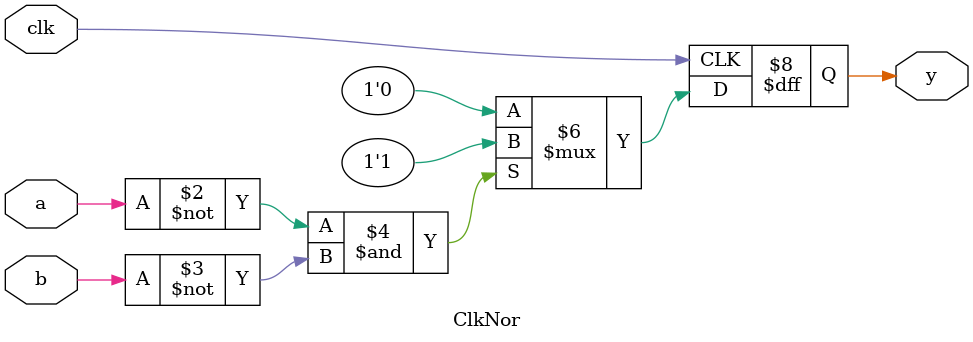
<source format=sv>
module ClkNor(
    input clk,
    input a,
    input b, 
    output reg y
);
    reg a_nor_b;
    
    always @(posedge clk) begin
        // 计算中间结果
        a_nor_b = ~a & ~b;
        
        // 基于中间结果确定输出
        if (a_nor_b)
            y <= 1'b1;
        else
            y <= 1'b0;
    end
endmodule
</source>
